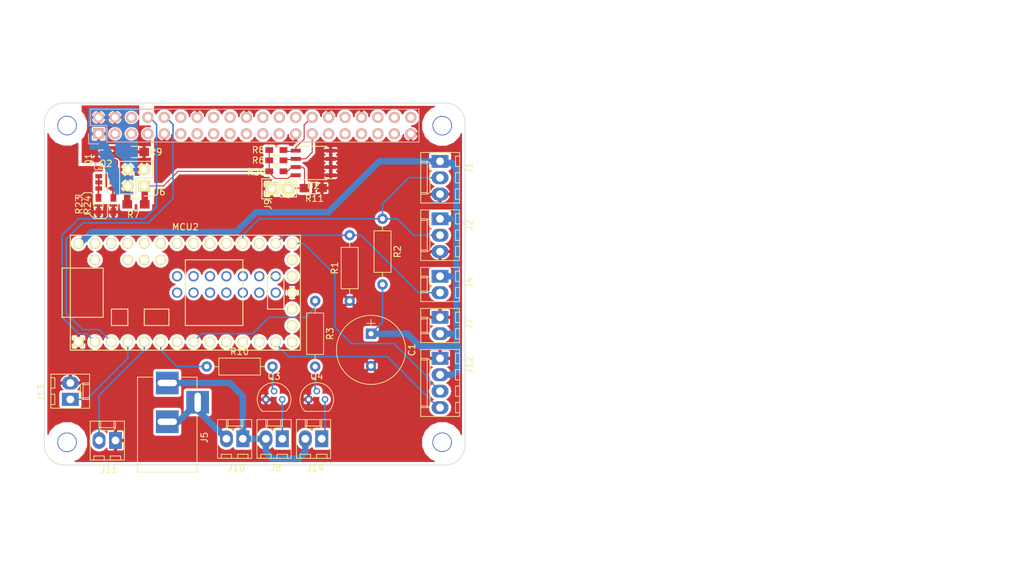
<source format=kicad_pcb>
(kicad_pcb (version 4) (host pcbnew 4.0.6)
  (layers (0 F.Cu signal) (31 B.Cu signal) (35 F.Paste user) (36 B.SilkS user) (37 F.SilkS user) (38 B.Mask user) (39 F.Mask user) (44 Edge.Cuts user))
  (net 0 "")
  (net 1 GND)
  (net 2 /ID_SD_EEPROM)
  (net 3 /ID_SC_EEPROM)
  (net 4 "Net-(Q1-Pad1)")
  (net 5 "Net-(Q2-Pad1)")
  (net 6 /P3V3_HAT)
  (net 7 /P5V_HAT)
  (net 8 /P3V3)
  (net 9 /P5V)
  (net 10 "Net-(J9-Pad2)")
  (net 11 P5V_HAT)
  (net 12 "Net-(J3-Pad3)")
  (net 13 "Net-(J3-Pad5)")
  (net 14 "Net-(J3-Pad7)")
  (net 15 TX)
  (net 16 RX)
  (net 17 "Net-(J3-Pad11)")
  (net 18 "Net-(J3-Pad12)")
  (net 19 "Net-(J3-Pad13)")
  (net 20 "Net-(J3-Pad15)")
  (net 21 "Net-(J3-Pad16)")
  (net 22 "Net-(J3-Pad17)")
  (net 23 "Net-(J3-Pad18)")
  (net 24 "Net-(J3-Pad19)")
  (net 25 "Net-(J3-Pad21)")
  (net 26 "Net-(J3-Pad22)")
  (net 27 "Net-(J3-Pad23)")
  (net 28 "Net-(J3-Pad26)")
  (net 29 "Net-(J3-Pad29)")
  (net 30 "Net-(J3-Pad31)")
  (net 31 "Net-(J3-Pad32)")
  (net 32 "Net-(J3-Pad35)")
  (net 33 "Net-(J3-Pad36)")
  (net 34 "Net-(J3-Pad37)")
  (net 35 "Net-(J3-Pad38)")
  (net 36 "Net-(J3-Pad40)")
  (net 37 "Net-(J4-Pad2)")
  (net 38 "Net-(MCU2-Pad18)")
  (net 39 "Net-(MCU2-Pad19)")
  (net 40 "Net-(MCU2-Pad16)")
  (net 41 "Net-(MCU2-Pad15)")
  (net 42 "Net-(MCU2-Pad14)")
  (net 43 "Net-(MCU2-Pad22)")
  (net 44 "Net-(MCU2-Pad24)")
  (net 45 "Net-(MCU2-Pad25)")
  (net 46 "Net-(MCU2-Pad26)")
  (net 47 "Net-(MCU2-Pad27)")
  (net 48 "Net-(MCU2-Pad28)")
  (net 49 "Net-(MCU2-Pad29)")
  (net 50 "Net-(MCU2-Pad30)")
  (net 51 "Net-(MCU2-Pad31)")
  (net 52 "Net-(MCU2-Pad32)")
  (net 53 "Net-(MCU2-Pad34)")
  (net 54 "Net-(MCU2-Pad35)")
  (net 55 "Net-(MCU2-Pad36)")
  (net 56 "Net-(MCU2-Pad37)")
  (net 57 "Net-(MCU2-Pad12)")
  (net 58 "Net-(MCU2-Pad11)")
  (net 59 "Net-(MCU2-Pad10)")
  (net 60 "Net-(MCU2-Pad9)")
  (net 61 "Net-(MCU2-Pad7)")
  (net 62 "Net-(MCU2-Pad38)")
  (net 63 "Net-(MCU2-Pad39)")
  (net 64 "Net-(MCU2-Pad40)")
  (net 65 "Net-(MCU2-Pad41)")
  (net 66 "Net-(MCU2-Pad42)")
  (net 67 "Net-(MCU2-Pad43)")
  (net 68 "Net-(MCU2-Pad44)")
  (net 69 "Net-(MCU2-Pad45)")
  (net 70 "Net-(MCU2-Pad46)")
  (net 71 "Net-(MCU2-Pad47)")
  (net 72 "Net-(MCU2-Pad48)")
  (net 73 "Net-(MCU2-Pad49)")
  (net 74 "Net-(MCU2-Pad50)")
  (net 75 "Net-(MCU2-Pad51)")
  (net 76 "Net-(Q3-Pad2)")
  (net 77 "Net-(J3-Pad24)")
  (net 78 "Net-(J3-Pad33)")
  (net 79 "Net-(J8-Pad1)")
  (net 80 "Net-(J12-Pad3)")
  (net 81 "Net-(J12-Pad4)")
  (net 82 /Teensy/1WIRE)
  (net 83 /Teensy/PUMP_EN)
  (net 84 /Teensy/HTR_EN)
  (net 85 "Net-(J10-Pad1)")
  (net 86 "Net-(J10-Pad2)")
  (net 87 "Net-(J14-Pad1)")
  (net 88 UV_EN2)
  (net 89 UV_EN1)
  (net 90 "Net-(Q4-Pad2)")
  (module Housings_SOIC:SOIC-8_3.9x4.9mm_Pitch1.27mm (layer F.Cu) (at 120.1 70.1 180)
    (fp_text reference U2 (at 0 -3.5 180) (layer F.SilkS))
    (fp_text value CAT24C32)
    (pad 1 smd rect (at -2.7 -1.905 180) (size 1.55 0.6) (layers F.Cu F.Paste F.Mask) (net 1 GND))
    (pad 2 smd rect (at -2.7 -0.635 180) (size 1.55 0.6) (layers F.Cu F.Paste F.Mask) (net 1 GND))
    (pad 3 smd rect (at -2.7 0.635 180) (size 1.55 0.6) (layers F.Cu F.Paste F.Mask) (net 1 GND))
    (pad 4 smd rect (at -2.7 1.905 180) (size 1.55 0.6) (layers F.Cu F.Paste F.Mask) (net 1 GND))
    (pad 5 smd rect (at 2.7 1.905 180) (size 1.55 0.6) (layers F.Cu F.Paste F.Mask) (net 3 /ID_SC_EEPROM))
    (pad 6 smd rect (at 2.7 0.635 180) (size 1.55 0.6) (layers F.Cu F.Paste F.Mask) (net 2 /ID_SD_EEPROM))
    (pad 7 smd rect (at 2.7 -0.635 180) (size 1.55 0.6) (layers F.Cu F.Paste F.Mask) (net 10 "Net-(J9-Pad2)"))
    (pad 8 smd rect (at 2.7 -1.905 180) (size 1.55 0.6) (layers F.Cu F.Paste F.Mask) (net 8 /P3V3))
  )
  (module Pin_Headers:Pin_Header_Straight_2x02 (layer F.Cu) (at 93.98 73.66 180)
    (fp_text reference J6 (at -2.42 -0.94 180) (layer F.SilkS))
    (fp_text value CONN_02X02)
    (pad 1 thru_hole rect (at 0 0 180) (size 1.7272 1.7272) (drill 1.016) (layers *.Cu *.Mask F.SilkS) (net 8 /P3V3))
    (pad 2 thru_hole oval (at 2.54 0 180) (size 1.7272 1.7272) (drill 1.016) (layers *.Cu *.Mask F.SilkS) (net 6 /P3V3_HAT))
    (pad 3 thru_hole oval (at 0 2.54 180) (size 1.7272 1.7272) (drill 1.016) (layers *.Cu *.Mask F.SilkS) (net 9 /P5V))
    (pad 4 thru_hole oval (at 2.54 2.54 180) (size 1.7272 1.7272) (drill 1.016) (layers *.Cu *.Mask F.SilkS) (net 7 /P5V_HAT))
  )
  (module Pin_Headers:Pin_Header_Straight_1x02 (layer F.Cu) (at 113.7 74.1 90)
    (fp_text reference J9 (at -2.4 -0.6 90) (layer F.SilkS))
    (fp_text value CONN_01X02)
    (pad 1 thru_hole rect (at 0 0 90) (size 2.032 2.032) (drill 1.016) (layers *.Cu *.Mask F.SilkS) (net 1 GND))
    (pad 2 thru_hole oval (at 0 2.54 90) (size 2.032 2.032) (drill 1.016) (layers *.Cu *.Mask F.SilkS) (net 10 "Net-(J9-Pad2)"))
  )
  (module Resistors_SMD:R_0603_HandSoldering (layer F.Cu) (at 114.4 69.7)
    (fp_text reference R6 (at -2.8 0) (layer F.SilkS))
    (fp_text value 3.9K)
    (pad 1 smd rect (at -1.1 0) (size 1.2 0.9) (layers F.Cu F.Paste F.Mask) (net 8 /P3V3))
    (pad 2 smd rect (at 1.1 0) (size 1.2 0.9) (layers F.Cu F.Paste F.Mask) (net 2 /ID_SD_EEPROM))
  )
  (module Resistors_SMD:R_0805_HandSoldering (layer F.Cu) (at 92.7 76.5)
    (fp_text reference R7 (at -0.4 1.6) (layer F.SilkS))
    (fp_text value DNP)
    (pad 1 smd rect (at -1.35 0) (size 1.5 1.3) (layers F.Cu F.Paste F.Mask) (net 6 /P3V3_HAT))
    (pad 2 smd rect (at 1.35 0) (size 1.5 1.3) (layers F.Cu F.Paste F.Mask) (net 8 /P3V3))
  )
  (module Resistors_SMD:R_0603_HandSoldering (layer F.Cu) (at 114.4 68.1)
    (fp_text reference R8 (at -2.8 0) (layer F.SilkS))
    (fp_text value 3.9K)
    (pad 1 smd rect (at -1.1 0) (size 1.2 0.9) (layers F.Cu F.Paste F.Mask) (net 8 /P3V3))
    (pad 2 smd rect (at 1.1 0) (size 1.2 0.9) (layers F.Cu F.Paste F.Mask) (net 3 /ID_SC_EEPROM))
  )
  (module Resistors_SMD:R_0805_HandSoldering (layer F.Cu) (at 92.6 68.4)
    (fp_text reference R9 (at 3.2 0) (layer F.SilkS))
    (fp_text value DNP)
    (pad 1 smd rect (at -1.35 0) (size 1.5 1.3) (layers F.Cu F.Paste F.Mask) (net 7 /P5V_HAT))
    (pad 2 smd rect (at 1.35 0) (size 1.5 1.3) (layers F.Cu F.Paste F.Mask) (net 9 /P5V))
  )
  (module Resistors_SMD:R_0805_HandSoldering (layer F.Cu) (at 120.1 74)
    (fp_text reference R11 (at 0.2 1.6) (layer F.SilkS))
    (fp_text value DNP)
    (pad 1 smd rect (at -1.35 0) (size 1.5 1.3) (layers F.Cu F.Paste F.Mask) (net 10 "Net-(J9-Pad2)"))
    (pad 2 smd rect (at 1.35 0) (size 1.5 1.3) (layers F.Cu F.Paste F.Mask) (net 1 GND))
  )
  (module Resistors_SMD:R_0603_HandSoldering (layer F.Cu) (at 86.9 76.6 270)
    (fp_text reference R23 (at 0 3 270) (layer F.SilkS))
    (fp_text value 22)
    (pad 1 smd rect (at -1.1 0 270) (size 1.2 0.9) (layers F.Cu F.Paste F.Mask) (net 5 "Net-(Q2-Pad1)"))
    (pad 2 smd rect (at 1.1 0 270) (size 1.2 0.9) (layers F.Cu F.Paste F.Mask) (net 1 GND))
  )
  (module Resistors_SMD:R_0603_HandSoldering (layer F.Cu) (at 89.2 76.6 270)
    (fp_text reference R24 (at 0 4 270) (layer F.SilkS))
    (fp_text value 22)
    (pad 1 smd rect (at -1.1 0 270) (size 1.2 0.9) (layers F.Cu F.Paste F.Mask) (net 4 "Net-(Q1-Pad1)"))
    (pad 2 smd rect (at 1.1 0 270) (size 1.2 0.9) (layers F.Cu F.Paste F.Mask) (net 1 GND))
  )
  (module Resistors_SMD:R_0603_HandSoldering (layer F.Cu) (at 114.4 71.4)
    (fp_text reference R29 (at -3.1 0.1) (layer F.SilkS))
    (fp_text value 10K)
    (pad 1 smd rect (at -1.1 0) (size 1.2 0.9) (layers F.Cu F.Paste F.Mask) (net 8 /P3V3))
    (pad 2 smd rect (at 1.1 0) (size 1.2 0.9) (layers F.Cu F.Paste F.Mask) (net 10 "Net-(J9-Pad2)"))
  )
  (module Socket_Strips:Socket_Strip_Straight_2x20 (layer B.Cu) (at 86.92 65.59)
    (fp_text reference J3 (at 0 5.1) (layer B.SilkS) (effects (justify mirror)))
    (fp_text value 40HAT)
    (pad 1 thru_hole rect (at 0 0) (size 1.7272 1.7272) (drill 1.016) (layers *.Cu *.Mask B.SilkS) (net 6 /P3V3_HAT))
    (pad 2 thru_hole oval (at 0 -2.54) (size 1.7272 1.7272) (drill 1.016) (layers *.Cu *.Mask B.SilkS) (net 7 /P5V_HAT))
    (pad 3 thru_hole oval (at 2.54 0) (size 1.7272 1.7272) (drill 1.016) (layers *.Cu *.Mask B.SilkS) (net 12 "Net-(J3-Pad3)"))
    (pad 4 thru_hole oval (at 2.54 -2.54) (size 1.7272 1.7272) (drill 1.016) (layers *.Cu *.Mask B.SilkS) (net 7 /P5V_HAT))
    (pad 5 thru_hole oval (at 5.08 0) (size 1.7272 1.7272) (drill 1.016) (layers *.Cu *.Mask B.SilkS) (net 13 "Net-(J3-Pad5)"))
    (pad 6 thru_hole oval (at 5.08 -2.54) (size 1.7272 1.7272) (drill 1.016) (layers *.Cu *.Mask B.SilkS) (net 1 GND))
    (pad 7 thru_hole oval (at 7.62 0) (size 1.7272 1.7272) (drill 1.016) (layers *.Cu *.Mask B.SilkS) (net 14 "Net-(J3-Pad7)"))
    (pad 8 thru_hole oval (at 7.62 -2.54) (size 1.7272 1.7272) (drill 1.016) (layers *.Cu *.Mask B.SilkS) (net 15 TX))
    (pad 9 thru_hole oval (at 10.16 0) (size 1.7272 1.7272) (drill 1.016) (layers *.Cu *.Mask B.SilkS) (net 1 GND))
    (pad 10 thru_hole oval (at 10.16 -2.54) (size 1.7272 1.7272) (drill 1.016) (layers *.Cu *.Mask B.SilkS) (net 16 RX))
    (pad 11 thru_hole oval (at 12.7 0) (size 1.7272 1.7272) (drill 1.016) (layers *.Cu *.Mask B.SilkS) (net 17 "Net-(J3-Pad11)"))
    (pad 12 thru_hole oval (at 12.7 -2.54) (size 1.7272 1.7272) (drill 1.016) (layers *.Cu *.Mask B.SilkS) (net 18 "Net-(J3-Pad12)"))
    (pad 13 thru_hole oval (at 15.24 0) (size 1.7272 1.7272) (drill 1.016) (layers *.Cu *.Mask B.SilkS) (net 19 "Net-(J3-Pad13)"))
    (pad 14 thru_hole oval (at 15.24 -2.54) (size 1.7272 1.7272) (drill 1.016) (layers *.Cu *.Mask B.SilkS) (net 1 GND))
    (pad 15 thru_hole oval (at 17.78 0) (size 1.7272 1.7272) (drill 1.016) (layers *.Cu *.Mask B.SilkS) (net 20 "Net-(J3-Pad15)"))
    (pad 16 thru_hole oval (at 17.78 -2.54) (size 1.7272 1.7272) (drill 1.016) (layers *.Cu *.Mask B.SilkS) (net 21 "Net-(J3-Pad16)"))
    (pad 17 thru_hole oval (at 20.32 0) (size 1.7272 1.7272) (drill 1.016) (layers *.Cu *.Mask B.SilkS) (net 22 "Net-(J3-Pad17)"))
    (pad 18 thru_hole oval (at 20.32 -2.54) (size 1.7272 1.7272) (drill 1.016) (layers *.Cu *.Mask B.SilkS) (net 23 "Net-(J3-Pad18)"))
    (pad 19 thru_hole oval (at 22.86 0) (size 1.7272 1.7272) (drill 1.016) (layers *.Cu *.Mask B.SilkS) (net 24 "Net-(J3-Pad19)"))
    (pad 20 thru_hole oval (at 22.86 -2.54) (size 1.7272 1.7272) (drill 1.016) (layers *.Cu *.Mask B.SilkS) (net 1 GND))
    (pad 21 thru_hole oval (at 25.4 0) (size 1.7272 1.7272) (drill 1.016) (layers *.Cu *.Mask B.SilkS) (net 25 "Net-(J3-Pad21)"))
    (pad 22 thru_hole oval (at 25.4 -2.54) (size 1.7272 1.7272) (drill 1.016) (layers *.Cu *.Mask B.SilkS) (net 26 "Net-(J3-Pad22)"))
    (pad 23 thru_hole oval (at 27.94 0) (size 1.7272 1.7272) (drill 1.016) (layers *.Cu *.Mask B.SilkS) (net 27 "Net-(J3-Pad23)"))
    (pad 24 thru_hole oval (at 27.94 -2.54) (size 1.7272 1.7272) (drill 1.016) (layers *.Cu *.Mask B.SilkS) (net 77 "Net-(J3-Pad24)"))
    (pad 25 thru_hole oval (at 30.48 0) (size 1.7272 1.7272) (drill 1.016) (layers *.Cu *.Mask B.SilkS) (net 1 GND))
    (pad 26 thru_hole oval (at 30.48 -2.54) (size 1.7272 1.7272) (drill 1.016) (layers *.Cu *.Mask B.SilkS) (net 28 "Net-(J3-Pad26)"))
    (pad 27 thru_hole oval (at 33.02 0) (size 1.7272 1.7272) (drill 1.016) (layers *.Cu *.Mask B.SilkS) (net 2 /ID_SD_EEPROM))
    (pad 28 thru_hole oval (at 33.02 -2.54) (size 1.7272 1.7272) (drill 1.016) (layers *.Cu *.Mask B.SilkS) (net 3 /ID_SC_EEPROM))
    (pad 29 thru_hole oval (at 35.56 0) (size 1.7272 1.7272) (drill 1.016) (layers *.Cu *.Mask B.SilkS) (net 29 "Net-(J3-Pad29)"))
    (pad 30 thru_hole oval (at 35.56 -2.54) (size 1.7272 1.7272) (drill 1.016) (layers *.Cu *.Mask B.SilkS) (net 1 GND))
    (pad 31 thru_hole oval (at 38.1 0) (size 1.7272 1.7272) (drill 1.016) (layers *.Cu *.Mask B.SilkS) (net 30 "Net-(J3-Pad31)"))
    (pad 32 thru_hole oval (at 38.1 -2.54) (size 1.7272 1.7272) (drill 1.016) (layers *.Cu *.Mask B.SilkS) (net 31 "Net-(J3-Pad32)"))
    (pad 33 thru_hole oval (at 40.64 0) (size 1.7272 1.7272) (drill 1.016) (layers *.Cu *.Mask B.SilkS) (net 78 "Net-(J3-Pad33)"))
    (pad 34 thru_hole oval (at 40.64 -2.54) (size 1.7272 1.7272) (drill 1.016) (layers *.Cu *.Mask B.SilkS) (net 1 GND))
    (pad 35 thru_hole oval (at 43.18 0) (size 1.7272 1.7272) (drill 1.016) (layers *.Cu *.Mask B.SilkS) (net 32 "Net-(J3-Pad35)"))
    (pad 36 thru_hole oval (at 43.18 -2.54) (size 1.7272 1.7272) (drill 1.016) (layers *.Cu *.Mask B.SilkS) (net 33 "Net-(J3-Pad36)"))
    (pad 37 thru_hole oval (at 45.72 0) (size 1.7272 1.7272) (drill 1.016) (layers *.Cu *.Mask B.SilkS) (net 34 "Net-(J3-Pad37)"))
    (pad 38 thru_hole oval (at 45.72 -2.54) (size 1.7272 1.7272) (drill 1.016) (layers *.Cu *.Mask B.SilkS) (net 35 "Net-(J3-Pad38)"))
    (pad 39 thru_hole oval (at 48.26 0) (size 1.7272 1.7272) (drill 1.016) (layers *.Cu *.Mask B.SilkS) (net 1 GND))
    (pad 40 thru_hole oval (at 48.26 -2.54) (size 1.7272 1.7272) (drill 1.016) (layers *.Cu *.Mask B.SilkS) (net 36 "Net-(J3-Pad40)"))
  )
  (module TO_SOT_Packages_SMD:SOT-23 (layer F.Cu) (at 87.6 69.6 90)
    (fp_text reference Q1 (at 0 -2.25 90) (layer F.SilkS))
    (fp_text value DMG2305UX)
    (pad 1 smd rect (at -0.95 1.00076 90) (size 0.8001 0.8001) (layers F.Cu F.Paste F.Mask) (net 4 "Net-(Q1-Pad1)"))
    (pad 2 smd rect (at 0.95 1.00076 90) (size 0.8001 0.8001) (layers F.Cu F.Paste F.Mask) (net 7 /P5V_HAT))
    (pad 3 smd rect (at 0 -0.99822 90) (size 0.8001 0.8001) (layers F.Cu F.Paste F.Mask) (net 9 /P5V))
  )
  (module TO_SOT_Packages_SMD:SOT-23-6 (layer F.Cu) (at 88.05 73.1)
    (fp_text reference Q2 (at 0 -2.9) (layer F.SilkS))
    (fp_text value DMMT5401)
    (pad 1 smd rect (at -1.1 -0.95) (size 1.06 0.65) (layers F.Cu F.Paste F.Mask) (net 5 "Net-(Q2-Pad1)"))
    (pad 2 smd rect (at -1.1 0) (size 1.06 0.65) (layers F.Cu F.Paste F.Mask) (net 5 "Net-(Q2-Pad1)"))
    (pad 3 smd rect (at -1.1 0.95) (size 1.06 0.65) (layers F.Cu F.Paste F.Mask) (net 5 "Net-(Q2-Pad1)"))
    (pad 4 smd rect (at 1.1 0.95) (size 1.06 0.65) (layers F.Cu F.Paste F.Mask) (net 4 "Net-(Q1-Pad1)"))
    (pad 6 smd rect (at 1.1 -0.95) (size 1.06 0.65) (layers F.Cu F.Paste F.Mask) (net 9 /P5V))
    (pad 5 smd rect (at 1.1 0) (size 1.06 0.65) (layers F.Cu F.Paste F.Mask) (net 7 /P5V_HAT))
  )
  (module project_footprints:NPTH_3mm_ID (layer F.Cu) (at 82.04 64.31)
    (fp_text reference H1 (at 0.06 0.09) (layer F.SilkS))
    (fp_text value 3mm_Mounting_Hole)
    (pad "" np_thru_hole circle (at 0 0) (size 3 3) (drill 2.75) (layers *.Cu *.Mask) (clearance 1.6))
  )
  (module project_footprints:NPTH_3mm_ID (layer F.Cu) (at 140.04 64.33)
    (fp_text reference H2 (at 0.06 0.09) (layer F.SilkS))
    (fp_text value 3mm_Mounting_Hole)
    (pad "" np_thru_hole circle (at 0 0) (size 3 3) (drill 2.75) (layers *.Cu *.Mask) (clearance 1.6))
  )
  (module project_footprints:NPTH_3mm_ID (layer F.Cu) (at 82.04 113.32)
    (fp_text reference H3 (at 0.06 0.09) (layer F.SilkS))
    (fp_text value 3mm_Mounting_Hole)
    (pad "" np_thru_hole circle (at 0 0) (size 3 3) (drill 2.75) (layers *.Cu *.Mask) (clearance 1.6))
  )
  (module project_footprints:NPTH_3mm_ID (layer F.Cu) (at 140.03 113.31)
    (fp_text reference H4 (at 0.06 0.09) (layer F.SilkS))
    (fp_text value 3mm_Mounting_Hole)
    (pad "" np_thru_hole circle (at 0 0) (size 3 3) (drill 2.75) (layers *.Cu *.Mask) (clearance 1.6))
  )
  (module Capacitors_THT:CP_Radial_Tantal_D10.5mm_P5.00mm (layer F.Cu) (at 129.032 96.52 270)
    (fp_text reference C1 (at 2.5 -6.31 270) (layer F.SilkS))
    (fp_text value 1000ohm)
    (pad 1 thru_hole rect (at 0 0 270) (size 1.6 1.6) (drill 0.8) (layers *.Cu *.Mask) (net 11 P5V_HAT))
    (pad 2 thru_hole circle (at 5 0 270) (size 1.6 1.6) (drill 0.8) (layers *.Cu *.Mask) (net 1 GND))
  )
  (module Connectors_Molex:Molex_KK-6410-03_03x2.54mm_Straight (layer F.Cu) (at 139.7 69.85 270)
    (fp_text reference J1 (at 1 -4.5 270) (layer F.SilkS))
    (fp_text value DS18B20)
    (pad 1 thru_hole rect (at 0 0 270) (size 2 2.6) (drill 1.2) (layers *.Cu *.Mask) (net 11 P5V_HAT))
    (pad 2 thru_hole oval (at 2.54 0 270) (size 2 2.6) (drill 1.2) (layers *.Cu *.Mask) (net 82 /Teensy/1WIRE))
    (pad 3 thru_hole oval (at 5.08 0 270) (size 2 2.6) (drill 1.2) (layers *.Cu *.Mask) (net 1 GND))
  )
  (module Connectors_Molex:Molex_KK-6410-03_03x2.54mm_Straight (layer F.Cu) (at 139.7 78.74 270)
    (fp_text reference J2 (at 1 -4.5 270) (layer F.SilkS))
    (fp_text value DS18B20)
    (pad 1 thru_hole rect (at 0 0 270) (size 2 2.6) (drill 1.2) (layers *.Cu *.Mask) (net 11 P5V_HAT))
    (pad 2 thru_hole oval (at 2.54 0 270) (size 2 2.6) (drill 1.2) (layers *.Cu *.Mask) (net 82 /Teensy/1WIRE))
    (pad 3 thru_hole oval (at 5.08 0 270) (size 2 2.6) (drill 1.2) (layers *.Cu *.Mask) (net 1 GND))
  )
  (module Connectors_Molex:Molex_KK-6410-02_02x2.54mm_Straight (layer F.Cu) (at 139.7 87.63 270)
    (fp_text reference J4 (at 1 -4.5 270) (layer F.SilkS))
    (fp_text value WTRLVL)
    (pad 1 thru_hole rect (at 0 0 270) (size 2 2.6) (drill 1.2) (layers *.Cu *.Mask) (net 11 P5V_HAT))
    (pad 2 thru_hole oval (at 2.54 0 270) (size 2 2.6) (drill 1.2) (layers *.Cu *.Mask) (net 37 "Net-(J4-Pad2)"))
  )
  (module Connectors:BARREL_JACK (layer F.Cu) (at 97.536 104.14 90)
    (fp_text reference J5 (at -8.45 5.75 270) (layer F.SilkS))
    (fp_text value 12V)
    (pad 1 thru_hole rect (at 0 0 90) (size 3.5 3.5) (drill oval 1 3) (layers *.Cu *.Mask) (net 85 "Net-(J10-Pad1)"))
    (pad 2 thru_hole rect (at -6 0 90) (size 3.5 3.5) (drill oval 1 3) (layers *.Cu *.Mask) (net 86 "Net-(J10-Pad2)"))
    (pad 3 thru_hole rect (at -3 4.7 90) (size 3.5 3.5) (drill oval 3 1) (layers *.Cu *.Mask) (net 86 "Net-(J10-Pad2)"))
  )
  (module Connectors_Molex:Molex_KK-6410-02_02x2.54mm_Straight (layer F.Cu) (at 139.7 93.98 270)
    (fp_text reference J7 (at 1 -4.5 270) (layer F.SilkS))
    (fp_text value 5V_IN)
    (pad 1 thru_hole rect (at 0 0 270) (size 2 2.6) (drill 1.2) (layers *.Cu *.Mask) (net 1 GND))
    (pad 2 thru_hole oval (at 2.54 0 270) (size 2 2.6) (drill 1.2) (layers *.Cu *.Mask) (net 11 P5V_HAT))
  )
  (module Connectors_Molex:Molex_KK-6410-02_02x2.54mm_Straight (layer F.Cu) (at 115.316 112.776 180)
    (fp_text reference J8 (at 1 -4.5 180) (layer F.SilkS))
    (fp_text value UV_LED_STRIP)
    (pad 1 thru_hole rect (at 0 0 180) (size 2 2.6) (drill 1.2) (layers *.Cu *.Mask) (net 79 "Net-(J8-Pad1)"))
    (pad 2 thru_hole oval (at 2.54 0 180) (size 2 2.6) (drill 1.2) (layers *.Cu *.Mask) (net 85 "Net-(J10-Pad1)"))
  )
  (module Connectors_Molex:Molex_KK-6410-02_02x2.54mm_Straight (layer F.Cu) (at 109.22 112.776 180)
    (fp_text reference J10 (at 1 -4.5 180) (layer F.SilkS))
    (fp_text value 12V_OUT)
    (pad 1 thru_hole rect (at 0 0 180) (size 2 2.6) (drill 1.2) (layers *.Cu *.Mask) (net 85 "Net-(J10-Pad1)"))
    (pad 2 thru_hole oval (at 2.54 0 180) (size 2 2.6) (drill 1.2) (layers *.Cu *.Mask) (net 86 "Net-(J10-Pad2)"))
  )
  (module Connectors_Molex:Molex_KK-6410-04_04x2.54mm_Straight (layer F.Cu) (at 139.7 100.33 270)
    (fp_text reference J12 (at 1 -4.5 270) (layer F.SilkS))
    (fp_text value APA102)
    (pad 1 thru_hole rect (at 0 0 270) (size 2 2.6) (drill 1.2) (layers *.Cu *.Mask) (net 1 GND))
    (pad 2 thru_hole oval (at 2.54 0 270) (size 2 2.6) (drill 1.2) (layers *.Cu *.Mask) (net 11 P5V_HAT))
    (pad 3 thru_hole oval (at 5.08 0 270) (size 2 2.6) (drill 1.2) (layers *.Cu *.Mask) (net 80 "Net-(J12-Pad3)"))
    (pad 4 thru_hole oval (at 7.62 0 270) (size 2 2.6) (drill 1.2) (layers *.Cu *.Mask) (net 81 "Net-(J12-Pad4)"))
  )
  (module teensy:Teensy30_31_32_LC (layer F.Cu) (at 100.33 90.17)
    (fp_text reference MCU2 (at 0 -10.16) (layer F.SilkS))
    (fp_text value Teensy3.1)
    (pad 17 thru_hole circle (at 16.51 0) (size 1.6 1.6) (drill 1.1) (layers *.Cu *.Mask F.SilkS) (net 1 GND))
    (pad 18 thru_hole circle (at 16.51 -2.54) (size 1.6 1.6) (drill 1.1) (layers *.Cu *.Mask F.SilkS) (net 38 "Net-(MCU2-Pad18)"))
    (pad 19 thru_hole circle (at 16.51 -5.08) (size 1.6 1.6) (drill 1.1) (layers *.Cu *.Mask F.SilkS) (net 39 "Net-(MCU2-Pad19)"))
    (pad 20 thru_hole circle (at 16.51 -7.62) (size 1.6 1.6) (drill 1.1) (layers *.Cu *.Mask F.SilkS) (net 80 "Net-(J12-Pad3)"))
    (pad 16 thru_hole circle (at 16.51 2.54) (size 1.6 1.6) (drill 1.1) (layers *.Cu *.Mask F.SilkS) (net 40 "Net-(MCU2-Pad16)"))
    (pad 15 thru_hole circle (at 16.51 5.08) (size 1.6 1.6) (drill 1.1) (layers *.Cu *.Mask F.SilkS) (net 41 "Net-(MCU2-Pad15)"))
    (pad 14 thru_hole circle (at 16.51 7.62) (size 1.6 1.6) (drill 1.1) (layers *.Cu *.Mask F.SilkS) (net 42 "Net-(MCU2-Pad14)"))
    (pad 21 thru_hole circle (at 13.97 -7.62) (size 1.6 1.6) (drill 1.1) (layers *.Cu *.Mask F.SilkS) (net 37 "Net-(J4-Pad2)"))
    (pad 22 thru_hole circle (at 11.43 -7.62) (size 1.6 1.6) (drill 1.1) (layers *.Cu *.Mask F.SilkS) (net 43 "Net-(MCU2-Pad22)"))
    (pad 23 thru_hole circle (at 8.89 -7.62) (size 1.6 1.6) (drill 1.1) (layers *.Cu *.Mask F.SilkS) (net 82 /Teensy/1WIRE))
    (pad 24 thru_hole circle (at 6.35 -7.62) (size 1.6 1.6) (drill 1.1) (layers *.Cu *.Mask F.SilkS) (net 44 "Net-(MCU2-Pad24)"))
    (pad 25 thru_hole circle (at 3.81 -7.62) (size 1.6 1.6) (drill 1.1) (layers *.Cu *.Mask F.SilkS) (net 45 "Net-(MCU2-Pad25)"))
    (pad 26 thru_hole circle (at 1.27 -7.62) (size 1.6 1.6) (drill 1.1) (layers *.Cu *.Mask F.SilkS) (net 46 "Net-(MCU2-Pad26)"))
    (pad 27 thru_hole circle (at -1.27 -7.62) (size 1.6 1.6) (drill 1.1) (layers *.Cu *.Mask F.SilkS) (net 47 "Net-(MCU2-Pad27)"))
    (pad 28 thru_hole circle (at -3.81 -7.62) (size 1.6 1.6) (drill 1.1) (layers *.Cu *.Mask F.SilkS) (net 48 "Net-(MCU2-Pad28)"))
    (pad 29 thru_hole circle (at -6.35 -7.62) (size 1.6 1.6) (drill 1.1) (layers *.Cu *.Mask F.SilkS) (net 49 "Net-(MCU2-Pad29)"))
    (pad 30 thru_hole circle (at -8.89 -7.62) (size 1.6 1.6) (drill 1.1) (layers *.Cu *.Mask F.SilkS) (net 50 "Net-(MCU2-Pad30)"))
    (pad 31 thru_hole circle (at -11.43 -7.62) (size 1.6 1.6) (drill 1.1) (layers *.Cu *.Mask F.SilkS) (net 51 "Net-(MCU2-Pad31)"))
    (pad 32 thru_hole circle (at -13.97 -7.62) (size 1.6 1.6) (drill 1.1) (layers *.Cu *.Mask F.SilkS) (net 52 "Net-(MCU2-Pad32)"))
    (pad 33 thru_hole circle (at -16.51 -7.62) (size 1.6 1.6) (drill 1.1) (layers *.Cu *.Mask F.SilkS) (net 11 P5V_HAT))
    (pad 34 thru_hole circle (at -13.97 -5.08) (size 1.6 1.6) (drill 1.1) (layers *.Cu *.Mask F.SilkS) (net 53 "Net-(MCU2-Pad34)"))
    (pad 35 thru_hole circle (at -8.89 -5.08) (size 1.6 1.6) (drill 1.1) (layers *.Cu *.Mask F.SilkS) (net 54 "Net-(MCU2-Pad35)"))
    (pad 36 thru_hole circle (at -6.35 -5.08) (size 1.6 1.6) (drill 1.1) (layers *.Cu *.Mask F.SilkS) (net 55 "Net-(MCU2-Pad36)"))
    (pad 37 thru_hole circle (at -3.81 -5.08) (size 1.6 1.6) (drill 1.1) (layers *.Cu *.Mask F.SilkS) (net 56 "Net-(MCU2-Pad37)"))
    (pad 13 thru_hole circle (at 13.97 7.62) (size 1.6 1.6) (drill 1.1) (layers *.Cu *.Mask F.SilkS) (net 81 "Net-(J12-Pad4)"))
    (pad 12 thru_hole circle (at 11.43 7.62) (size 1.6 1.6) (drill 1.1) (layers *.Cu *.Mask F.SilkS) (net 57 "Net-(MCU2-Pad12)"))
    (pad 11 thru_hole circle (at 8.89 7.62) (size 1.6 1.6) (drill 1.1) (layers *.Cu *.Mask F.SilkS) (net 58 "Net-(MCU2-Pad11)"))
    (pad 10 thru_hole circle (at 6.35 7.62) (size 1.6 1.6) (drill 1.1) (layers *.Cu *.Mask F.SilkS) (net 59 "Net-(MCU2-Pad10)"))
    (pad 9 thru_hole circle (at 3.81 7.62) (size 1.6 1.6) (drill 1.1) (layers *.Cu *.Mask F.SilkS) (net 60 "Net-(MCU2-Pad9)"))
    (pad 8 thru_hole circle (at 1.27 7.62) (size 1.6 1.6) (drill 1.1) (layers *.Cu *.Mask F.SilkS) (net 88 UV_EN2))
    (pad 7 thru_hole circle (at -1.27 7.62) (size 1.6 1.6) (drill 1.1) (layers *.Cu *.Mask F.SilkS) (net 61 "Net-(MCU2-Pad7)"))
    (pad 6 thru_hole circle (at -3.81 7.62) (size 1.6 1.6) (drill 1.1) (layers *.Cu *.Mask F.SilkS) (net 89 UV_EN1))
    (pad 5 thru_hole circle (at -6.35 7.62) (size 1.6 1.6) (drill 1.1) (layers *.Cu *.Mask F.SilkS) (net 83 /Teensy/PUMP_EN))
    (pad 4 thru_hole circle (at -8.89 7.62) (size 1.6 1.6) (drill 1.1) (layers *.Cu *.Mask F.SilkS) (net 84 /Teensy/HTR_EN))
    (pad 3 thru_hole circle (at -11.43 7.62) (size 1.6 1.6) (drill 1.1) (layers *.Cu *.Mask F.SilkS) (net 16 RX))
    (pad 2 thru_hole circle (at -13.97 7.62) (size 1.6 1.6) (drill 1.1) (layers *.Cu *.Mask F.SilkS) (net 15 TX))
    (pad 1 thru_hole rect (at -16.51 7.62) (size 1.6 1.6) (drill 1.1) (layers *.Cu *.Mask F.SilkS) (net 1 GND))
    (pad 38 thru_hole circle (at -1.27 0) (size 1.6 1.6) (drill 1.1) (layers *.Cu *.Mask) (net 62 "Net-(MCU2-Pad38)"))
    (pad 39 thru_hole circle (at 1.27 0) (size 1.6 1.6) (drill 1.1) (layers *.Cu *.Mask) (net 63 "Net-(MCU2-Pad39)"))
    (pad 40 thru_hole circle (at 3.81 0) (size 1.6 1.6) (drill 1.1) (layers *.Cu *.Mask) (net 64 "Net-(MCU2-Pad40)"))
    (pad 41 thru_hole circle (at 6.35 0) (size 1.6 1.6) (drill 1.1) (layers *.Cu *.Mask) (net 65 "Net-(MCU2-Pad41)"))
    (pad 42 thru_hole circle (at 8.89 0) (size 1.6 1.6) (drill 1.1) (layers *.Cu *.Mask) (net 66 "Net-(MCU2-Pad42)"))
    (pad 43 thru_hole circle (at 11.43 0) (size 1.6 1.6) (drill 1.1) (layers *.Cu *.Mask) (net 67 "Net-(MCU2-Pad43)"))
    (pad 44 thru_hole circle (at 13.97 0) (size 1.6 1.6) (drill 1.1) (layers *.Cu *.Mask) (net 68 "Net-(MCU2-Pad44)"))
    (pad 45 thru_hole circle (at 13.97 -2.54) (size 1.6 1.6) (drill 1.1) (layers *.Cu *.Mask) (net 69 "Net-(MCU2-Pad45)"))
    (pad 46 thru_hole circle (at 11.43 -2.54) (size 1.6 1.6) (drill 1.1) (layers *.Cu *.Mask) (net 70 "Net-(MCU2-Pad46)"))
    (pad 47 thru_hole circle (at 8.89 -2.54) (size 1.6 1.6) (drill 1.1) (layers *.Cu *.Mask) (net 71 "Net-(MCU2-Pad47)"))
    (pad 48 thru_hole circle (at 6.35 -2.54) (size 1.6 1.6) (drill 1.1) (layers *.Cu *.Mask) (net 72 "Net-(MCU2-Pad48)"))
    (pad 49 thru_hole circle (at 3.81 -2.54) (size 1.6 1.6) (drill 1.1) (layers *.Cu *.Mask) (net 73 "Net-(MCU2-Pad49)"))
    (pad 50 thru_hole circle (at 1.27 -2.54) (size 1.6 1.6) (drill 1.1) (layers *.Cu *.Mask) (net 74 "Net-(MCU2-Pad50)"))
    (pad 51 thru_hole circle (at -1.27 -2.54) (size 1.6 1.6) (drill 1.1) (layers *.Cu *.Mask) (net 75 "Net-(MCU2-Pad51)"))
  )
  (module TO_SOT_Packages_THT:TO-92_Molded_Narrow (layer F.Cu) (at 112.776 106.68)
    (fp_text reference Q3 (at 1.27 -3.56) (layer F.SilkS))
    (fp_text value 2N3904)
    (pad 2 thru_hole circle (at 1.27 -1.27 90) (size 1 1) (drill 0.6) (layers *.Cu *.Mask) (net 76 "Net-(Q3-Pad2)"))
    (pad 3 thru_hole circle (at 2.54 0 90) (size 1 1) (drill 0.6) (layers *.Cu *.Mask) (net 79 "Net-(J8-Pad1)"))
    (pad 1 thru_hole rect (at 0 0 90) (size 1 1) (drill 0.6) (layers *.Cu *.Mask) (net 1 GND))
  )
  (module Resistors_THT:R_Axial_DIN0207_L6.3mm_D2.5mm_P10.16mm_Horizontal (layer F.Cu) (at 125.73 91.44 90)
    (fp_text reference R1 (at 5.08 -2.31 90) (layer F.SilkS))
    (fp_text value 750)
    (pad 1 thru_hole circle (at 0 0 90) (size 1.6 1.6) (drill 0.8) (layers *.Cu *.Mask) (net 1 GND))
    (pad 2 thru_hole oval (at 10.16 0 90) (size 1.6 1.6) (drill 0.8) (layers *.Cu *.Mask) (net 37 "Net-(J4-Pad2)"))
  )
  (module Resistors_THT:R_Axial_DIN0207_L6.3mm_D2.5mm_P10.16mm_Horizontal (layer F.Cu) (at 130.81 78.74 270)
    (fp_text reference R2 (at 5.08 -2.31 270) (layer F.SilkS))
    (fp_text value 10k)
    (pad 1 thru_hole circle (at 0 0 270) (size 1.6 1.6) (drill 0.8) (layers *.Cu *.Mask) (net 82 /Teensy/1WIRE))
    (pad 2 thru_hole oval (at 10.16 0 270) (size 1.6 1.6) (drill 0.8) (layers *.Cu *.Mask) (net 11 P5V_HAT))
  )
  (module Resistors_THT:R_Axial_DIN0207_L6.3mm_D2.5mm_P10.16mm_Horizontal (layer F.Cu) (at 103.632 101.6)
    (fp_text reference R10 (at 5.08 -2.31) (layer F.SilkS))
    (fp_text value 1k)
    (pad 1 thru_hole circle (at 0 0) (size 1.6 1.6) (drill 0.8) (layers *.Cu *.Mask) (net 89 UV_EN1))
    (pad 2 thru_hole oval (at 10.16 0) (size 1.6 1.6) (drill 0.8) (layers *.Cu *.Mask) (net 76 "Net-(Q3-Pad2)"))
  )
  (module Connectors_Molex:Molex_KK-6410-02_02x2.54mm_Straight (layer F.Cu) (at 89.535 113.03 180)
    (fp_text reference J11 (at 1 -4.5 180) (layer F.SilkS))
    (fp_text value PUMP)
    (pad 1 thru_hole rect (at 0 0 180) (size 2 2.6) (drill 1.2) (layers *.Cu *.Mask) (net 1 GND))
    (pad 2 thru_hole oval (at 2.54 0 180) (size 2 2.6) (drill 1.2) (layers *.Cu *.Mask) (net 83 /Teensy/PUMP_EN))
  )
  (module Connectors_Molex:Molex_KK-6410-02_02x2.54mm_Straight (layer F.Cu) (at 82.55 106.68 90)
    (fp_text reference J13 (at 1 -4.5 90) (layer F.SilkS))
    (fp_text value HEATER)
    (pad 1 thru_hole rect (at 0 0 90) (size 2 2.6) (drill 1.2) (layers *.Cu *.Mask) (net 84 /Teensy/HTR_EN))
    (pad 2 thru_hole oval (at 2.54 0 90) (size 2 2.6) (drill 1.2) (layers *.Cu *.Mask) (net 1 GND))
  )
  (module Connectors_Molex:Molex_KK-6410-02_02x2.54mm_Straight (layer F.Cu) (at 121.412 112.776 180)
    (fp_text reference J14 (at 1 -4.5 180) (layer F.SilkS))
    (fp_text value UV_LED_STRIP)
    (pad 1 thru_hole rect (at 0 0 180) (size 2 2.6) (drill 1.2) (layers *.Cu *.Mask) (net 87 "Net-(J14-Pad1)"))
    (pad 2 thru_hole oval (at 2.54 0 180) (size 2 2.6) (drill 1.2) (layers *.Cu *.Mask) (net 85 "Net-(J10-Pad1)"))
  )
  (module TO_SOT_Packages_THT:TO-92_Molded_Narrow (layer F.Cu) (at 119.38 106.68)
    (fp_text reference Q4 (at 1.27 -3.56) (layer F.SilkS))
    (fp_text value 2N3904)
    (pad 2 thru_hole circle (at 1.27 -1.27 90) (size 1 1) (drill 0.6) (layers *.Cu *.Mask) (net 90 "Net-(Q4-Pad2)"))
    (pad 3 thru_hole circle (at 2.54 0 90) (size 1 1) (drill 0.6) (layers *.Cu *.Mask) (net 87 "Net-(J14-Pad1)"))
    (pad 1 thru_hole rect (at 0 0 90) (size 1 1) (drill 0.6) (layers *.Cu *.Mask) (net 1 GND))
  )
  (module Resistors_THT:R_Axial_DIN0207_L6.3mm_D2.5mm_P10.16mm_Horizontal (layer F.Cu) (at 120.396 91.44 270)
    (fp_text reference R3 (at 5.08 -2.31 270) (layer F.SilkS))
    (fp_text value 1k)
    (pad 1 thru_hole circle (at 0 0 270) (size 1.6 1.6) (drill 0.8) (layers *.Cu *.Mask) (net 88 UV_EN2))
    (pad 2 thru_hole oval (at 10.16 0 270) (size 1.6 1.6) (drill 0.8) (layers *.Cu *.Mask) (net 90 "Net-(Q4-Pad2)"))
  )
  (gr_line (start 88.4 76.6) (end 88.5 76.6) (angle 90) (layer F.SilkS) (width 0.15))
  (gr_line (start 88.3 76.7) (end 88.4 76.6) (angle 90) (layer F.SilkS) (width 0.15))
  (gr_line (start 88.3 78.4) (end 88.3 76.7) (angle 90) (layer F.SilkS) (width 0.15))
  (gr_line (start 88 78.7) (end 88.3 78.4) (angle 90) (layer F.SilkS) (width 0.15))
  (gr_line (start 86.2 78.7) (end 88 78.7) (angle 90) (layer F.SilkS) (width 0.15))
  (gr_line (start 85.5 78) (end 86.2 78.7) (angle 90) (layer F.SilkS) (width 0.15))
  (gr_line (start 84.7 78) (end 85.5 78) (angle 90) (layer F.SilkS) (width 0.15))
  (gr_line (start 86.1 76.5) (end 86.3 76.5) (angle 90) (layer F.SilkS) (width 0.15))
  (gr_line (start 86.1 75) (end 86.1 76.5) (angle 90) (layer F.SilkS) (width 0.15))
  (gr_line (start 85.8 74.7) (end 86.1 75) (angle 90) (layer F.SilkS) (width 0.15))
  (gr_line (start 84.7 74.7) (end 85.8 74.7) (angle 90) (layer F.SilkS) (width 0.15))
  (gr_line (start 84.3 75.1) (end 84.7 74.7) (angle 90) (layer F.SilkS) (width 0.15))
  (gr_line (start 83.3 75.1) (end 84.3 75.1) (angle 90) (layer F.SilkS) (width 0.15))
  (gr_line (start 78.546356 63.817611) (end 78.546356 113.817611) (layer Edge.Cuts) (width 0.1))
  (gr_arc (start 81.546356 63.817611) (end 81.546356 60.817611) (angle -90) (layer Edge.Cuts) (width 0.1))
  (gr_line (start 140.546356 60.817611) (end 81.546356 60.817611) (layer Edge.Cuts) (width 0.1))
  (gr_arc (start 140.546356 63.817611) (end 143.546356 63.817611) (angle -90) (layer Edge.Cuts) (width 0.1))
  (gr_line (start 143.546356 113.817611) (end 143.546356 63.817611) (layer Edge.Cuts) (width 0.1))
  (gr_arc (start 81.546356 113.817611) (end 78.546356 113.817611) (angle -90) (layer Edge.Cuts) (width 0.1))
  (gr_line (start 81.546356 116.817611) (end 140.546356 116.817611) (layer Edge.Cuts) (width 0.1))
  (gr_arc (start 140.546356 113.817611) (end 140.546356 116.817611) (angle -89.9) (layer Edge.Cuts) (width 0.1))
  (segment (start 139.7 76.2) (end 138.43 76.2) (width 0.24) (layer B.Cu) (net 0))
  (segment (start 119.94 65.59) (end 119.94 68.46) (width 0.15) (layer F.Cu) (net 2))
  (segment (start 118.935 69.465) (end 117.4 69.465) (width 0.15) (layer F.Cu) (net 2))
  (segment (start 119.94 68.46) (end 118.935 69.465) (width 0.15) (layer F.Cu) (net 2))
  (segment (start 117.34 69.565) (end 118.135 69.565) (width 0.25) (layer F.Cu) (net 2))
  (segment (start 119.94 66.06) (end 119.94 65.59) (width 0.25) (layer B.Cu) (net 2))
  (segment (start 117.34 69.565) (end 115.635 69.565) (width 0.15) (layer F.Cu) (net 2))
  (segment (start 115.635 69.565) (end 115.5 69.7) (width 0.15) (layer F.Cu) (net 2))
  (segment (start 119.94 63.05) (end 119.85 63.05) (width 0.15) (layer F.Cu) (net 3))
  (segment (start 119.85 63.05) (end 118.7 64.2) (width 0.15) (layer F.Cu) (net 3))
  (segment (start 117.4 67.7) (end 117.4 68.195) (width 0.15) (layer F.Cu) (net 3))
  (segment (start 118.7 66.4) (end 117.4 67.7) (width 0.15) (layer F.Cu) (net 3))
  (segment (start 118.7 64.2) (end 118.7 66.4) (width 0.15) (layer F.Cu) (net 3))
  (segment (start 117.34 68.295) (end 115.695 68.295) (width 0.15) (layer F.Cu) (net 3))
  (segment (start 115.695 68.295) (end 115.5 68.1) (width 0.15) (layer F.Cu) (net 3))
  (segment (start 88.60076 70.55) (end 88.60076 70.89924) (width 0.25) (layer F.Cu) (net 4))
  (segment (start 88.60076 70.89924) (end 88.1 71.4) (width 0.25) (layer F.Cu) (net 4))
  (segment (start 88.1 71.4) (end 88.1 73.7) (width 0.25) (layer F.Cu) (net 4))
  (segment (start 88.1 73.7) (end 88.45 74.05) (width 0.25) (layer F.Cu) (net 4))
  (segment (start 88.45 74.05) (end 89.15 74.05) (width 0.25) (layer F.Cu) (net 4))
  (segment (start 89.15 74.05) (end 89.15 75.45) (width 0.25) (layer F.Cu) (net 4))
  (segment (start 89.15 75.45) (end 89.2 75.5) (width 0.25) (layer F.Cu) (net 4))
  (segment (start 86.95 72.15) (end 86.95 73.1) (width 0.25) (layer F.Cu) (net 5))
  (segment (start 86.95 73.1) (end 86.95 74.05) (width 0.25) (layer F.Cu) (net 5))
  (segment (start 86.95 74.05) (end 86.9 74.1) (width 0.25) (layer F.Cu) (net 5))
  (segment (start 86.9 74.1) (end 86.9 75.5) (width 0.25) (layer F.Cu) (net 5))
  (segment (start 91.35 76.5) (end 91.35 73.75) (width 1) (layer F.Cu) (net 6))
  (segment (start 91.35 73.75) (end 91.44 73.66) (width 0.25) (layer F.Cu) (net 6))
  (segment (start 89.15 73.1) (end 89.9 73.1) (width 0.15) (layer F.Cu) (net 7))
  (segment (start 91.44 72.16) (end 91.44 71.12) (width 0.15) (layer F.Cu) (net 7))
  (segment (start 91.2 72.4) (end 91.44 72.16) (width 0.15) (layer F.Cu) (net 7))
  (segment (start 90.6 72.4) (end 91.2 72.4) (width 0.15) (layer F.Cu) (net 7))
  (segment (start 89.9 73.1) (end 90.6 72.4) (width 0.15) (layer F.Cu) (net 7))
  (segment (start 88.7 68.65) (end 88.7 68.6) (width 0.6) (layer F.Cu) (net 7))
  (segment (start 113.3 71.4) (end 99.2 71.4) (width 0.15) (layer F.Cu) (net 8))
  (segment (start 96.94 73.66) (end 93.98 73.66) (width 0.15) (layer F.Cu) (net 8))
  (segment (start 99.2 71.4) (end 96.94 73.66) (width 0.15) (layer F.Cu) (net 8))
  (segment (start 117.4 72.005) (end 116.695 72.005) (width 0.15) (layer F.Cu) (net 8))
  (segment (start 116.695 72.005) (end 116.2 72.5) (width 0.15) (layer F.Cu) (net 8))
  (segment (start 116.2 72.5) (end 114.2 72.5) (width 0.15) (layer F.Cu) (net 8))
  (segment (start 114.2 72.5) (end 113.3 71.6) (width 0.15) (layer F.Cu) (net 8))
  (segment (start 113.3 71.6) (end 113.3 71.4) (width 0.15) (layer F.Cu) (net 8))
  (segment (start 113.3 68.1) (end 113.3 69.7) (width 0.15) (layer F.Cu) (net 8))
  (segment (start 113.3 69.7) (end 113.3 71.4) (width 0.15) (layer F.Cu) (net 8))
  (segment (start 94.05 76.5) (end 94.05 73.73) (width 1) (layer F.Cu) (net 8))
  (segment (start 94.05 73.73) (end 93.98 73.66) (width 0.15) (layer F.Cu) (net 8))
  (segment (start 93.98 71.12) (end 93.98 68.43) (width 0.25) (layer F.Cu) (net 9))
  (segment (start 93.98 68.43) (end 93.95 68.4) (width 0.25) (layer F.Cu) (net 9))
  (segment (start 94.15 68.6) (end 93.95 68.4) (width 0.25) (layer F.Cu) (net 9))
  (segment (start 86.5 69.6) (end 89.5 69.6) (width 0.25) (layer F.Cu) (net 9))
  (segment (start 89.8 71.3) (end 89.15 71.95) (width 0.25) (layer F.Cu) (net 9))
  (segment (start 89.8 69.8) (end 89.8 71.3) (width 0.25) (layer F.Cu) (net 9))
  (segment (start 89.7 69.7) (end 89.8 69.8) (width 0.25) (layer F.Cu) (net 9))
  (segment (start 89.6 69.7) (end 89.7 69.7) (width 0.25) (layer F.Cu) (net 9))
  (segment (start 89.5 69.6) (end 89.6 69.7) (width 0.25) (layer F.Cu) (net 9))
  (segment (start 89.15 71.95) (end 89.15 72.15) (width 0.25) (layer F.Cu) (net 9))
  (segment (start 118.75 74) (end 118.75 71.05) (width 0.15) (layer F.Cu) (net 10))
  (segment (start 118.435 70.735) (end 117.4 70.735) (width 0.15) (layer F.Cu) (net 10))
  (segment (start 118.75 71.05) (end 118.435 70.735) (width 0.15) (layer F.Cu) (net 10))
  (segment (start 117.4 70.735) (end 116.765 70.735) (width 0.15) (layer F.Cu) (net 10))
  (segment (start 116.765 70.735) (end 116.1 71.4) (width 0.15) (layer F.Cu) (net 10))
  (segment (start 116.1 71.4) (end 115.5 71.4) (width 0.15) (layer F.Cu) (net 10))
  (segment (start 118.75 74) (end 116.64 74) (width 0.15) (layer F.Cu) (net 10))
  (segment (start 116.64 74) (end 116.24 74.4) (width 0.15) (layer F.Cu) (net 10))
  (segment (start 115.5 71.4) (end 115.8 71.4) (width 0.15) (layer F.Cu) (net 10))
  (segment (start 139.7 96.52) (end 142.24 96.52) (width 1) (layer B.Cu) (net 11))
  (segment (start 139.7 102.87) (end 141.732 102.87) (width 1) (layer B.Cu) (net 11))
  (segment (start 142.417932 102.108103) (end 142.420003 98.528279) (width 1) (layer B.Cu) (net 11))
  (segment (start 141.732 102.87) (end 142.417932 102.108103) (width 1) (layer B.Cu) (net 11))
  (segment (start 139.7 87.63) (end 142.24 87.63) (width 1) (layer B.Cu) (net 11))
  (segment (start 142.24 87.63) (end 142.24 87.884) (width 1) (layer B.Cu) (net 11))
  (segment (start 98.552 80.772) (end 85.852 80.772) (width 1) (layer B.Cu) (net 11))
  (segment (start 108.204 80.772) (end 98.552 80.772) (width 1) (layer B.Cu) (net 11))
  (segment (start 130.81 69.85) (end 130.302 69.85) (width 1) (layer B.Cu) (net 11))
  (segment (start 139.7 69.85) (end 130.81 69.85) (width 1) (layer B.Cu) (net 11))
  (segment (start 122.428 77.724) (end 111.252 77.724) (width 1) (layer B.Cu) (net 11))
  (segment (start 130.302 69.85) (end 122.428 77.724) (width 1) (layer B.Cu) (net 11))
  (segment (start 111.252 77.724) (end 108.204 80.772) (width 1) (layer B.Cu) (net 11))
  (segment (start 85.852 80.772) (end 84.074 82.55) (width 1) (layer B.Cu) (net 11))
  (segment (start 84.074 82.55) (end 83.82 82.55) (width 1) (layer B.Cu) (net 11))
  (segment (start 142.239689 78.711885) (end 142.24 71.12) (width 1) (layer B.Cu) (net 11))
  (segment (start 141.605 70.104) (end 139.954 70.104) (width 1) (layer B.Cu) (net 11))
  (segment (start 142.24 71.12) (end 141.605 70.104) (width 1) (layer B.Cu) (net 11))
  (segment (start 139.954 70.104) (end 139.7 69.85) (width 1) (layer B.Cu) (net 11))
  (segment (start 142.420003 98.528279) (end 142.293003 98.401279) (width 1) (layer B.Cu) (net 11))
  (segment (start 142.239689 78.711885) (end 139.7 78.74) (width 1) (layer B.Cu) (net 11))
  (segment (start 142.293003 98.401279) (end 142.24 96.52) (width 1) (layer B.Cu) (net 11))
  (segment (start 142.24 96.52) (end 142.24 87.884) (width 1) (layer B.Cu) (net 11))
  (segment (start 142.24 87.884) (end 142.239689 78.711885) (width 1) (layer B.Cu) (net 11))
  (segment (start 130.81 88.9) (end 130.81 94.742) (width 0.24) (layer B.Cu) (net 11))
  (segment (start 130.81 94.742) (end 129.032 96.52) (width 0.24) (layer B.Cu) (net 11))
  (segment (start 129.032 96.52) (end 134.62 96.52) (width 1) (layer B.Cu) (net 11))
  (segment (start 134.62 96.52) (end 136.652 98.552) (width 1) (layer B.Cu) (net 11))
  (segment (start 136.652 98.552) (end 142.420003 98.528279) (width 1) (layer B.Cu) (net 11))
  (segment (start 142.420003 98.528279) (end 142.293003 98.528279) (width 1) (layer B.Cu) (net 11))
  (segment (start 142.293003 98.528279) (end 142.420003 98.528279) (width 1) (layer B.Cu) (net 11))
  (segment (start 139.446 70.104) (end 139.7 69.85) (width 0.5) (layer B.Cu) (net 11))
  (segment (start 139.7 69.85) (end 141.605 69.85) (width 0.5) (layer B.Cu) (net 11))
  (segment (start 94.54 63.05) (end 94.8 63.05) (width 0.15) (layer B.Cu) (net 15))
  (segment (start 94.8 63.05) (end 95.885 64.135) (width 0.24) (layer B.Cu) (net 15))
  (segment (start 85.09 96.52) (end 86.36 97.79) (width 0.24) (layer B.Cu) (net 15))
  (segment (start 83.82 96.52) (end 85.09 96.52) (width 0.24) (layer B.Cu) (net 15))
  (segment (start 81.28 93.98) (end 83.82 96.52) (width 0.24) (layer B.Cu) (net 15))
  (segment (start 81.28 81.28) (end 81.28 93.98) (width 0.24) (layer B.Cu) (net 15))
  (segment (start 83.82 78.74) (end 81.28 81.28) (width 0.24) (layer B.Cu) (net 15))
  (segment (start 93.98 78.74) (end 83.82 78.74) (width 0.24) (layer B.Cu) (net 15))
  (segment (start 95.885 76.835) (end 93.98 78.74) (width 0.24) (layer B.Cu) (net 15))
  (segment (start 95.885 64.135) (end 95.885 76.835) (width 0.24) (layer B.Cu) (net 15))
  (segment (start 97.08 63.05) (end 97.34 63.05) (width 0.15) (layer B.Cu) (net 16))
  (segment (start 97.34 63.05) (end 98.425 64.135) (width 0.24) (layer B.Cu) (net 16))
  (segment (start 86.995 95.885) (end 88.9 97.79) (width 0.24) (layer B.Cu) (net 16))
  (segment (start 84.455 95.885) (end 86.995 95.885) (width 0.24) (layer B.Cu) (net 16))
  (segment (start 81.915 93.345) (end 84.455 95.885) (width 0.24) (layer B.Cu) (net 16))
  (segment (start 81.915 81.915) (end 81.915 93.345) (width 0.24) (layer B.Cu) (net 16))
  (segment (start 84.455 79.375) (end 81.915 81.915) (width 0.24) (layer B.Cu) (net 16))
  (segment (start 94.615 79.375) (end 84.455 79.375) (width 0.24) (layer B.Cu) (net 16))
  (segment (start 98.425 75.565) (end 94.615 79.375) (width 0.24) (layer B.Cu) (net 16))
  (segment (start 98.425 64.135) (end 98.425 75.565) (width 0.24) (layer B.Cu) (net 16))
  (segment (start 125.73 81.28) (end 127.508 81.28) (width 0.24) (layer B.Cu) (net 37))
  (segment (start 136.398 90.17) (end 139.7 90.17) (width 0.24) (layer B.Cu) (net 37))
  (segment (start 127.508 81.28) (end 136.398 90.17) (width 0.24) (layer B.Cu) (net 37))
  (segment (start 114.3 82.55) (end 115.57 81.28) (width 0.24) (layer B.Cu) (net 37))
  (segment (start 115.57 81.28) (end 125.73 81.28) (width 0.24) (layer B.Cu) (net 37))
  (segment (start 113.792 101.6) (end 113.792 105.156) (width 0.24) (layer B.Cu) (net 76))
  (segment (start 113.792 105.156) (end 114.046 105.41) (width 0.24) (layer B.Cu) (net 76))
  (segment (start 115.316 106.68) (end 115.316 112.776) (width 0.24) (layer B.Cu) (net 79))
  (segment (start 123.444 94.996) (end 123.444 95.504) (width 0.24) (layer B.Cu) (net 80))
  (segment (start 118.618 82.55) (end 123.444 87.376) (width 0.24) (layer B.Cu) (net 80))
  (segment (start 123.444 87.376) (end 123.444 94.996) (width 0.24) (layer B.Cu) (net 80))
  (segment (start 116.84 82.55) (end 118.618 82.55) (width 0.24) (layer B.Cu) (net 80))
  (segment (start 137.668 103.378) (end 139.7 105.41) (width 0.24) (layer B.Cu) (net 80))
  (segment (start 137.668 103.124) (end 137.668 103.378) (width 0.24) (layer B.Cu) (net 80))
  (segment (start 132.588 98.044) (end 137.668 103.124) (width 0.24) (layer B.Cu) (net 80))
  (segment (start 125.984 98.044) (end 132.588 98.044) (width 0.24) (layer B.Cu) (net 80))
  (segment (start 123.444 95.504) (end 125.984 98.044) (width 0.24) (layer B.Cu) (net 80))
  (segment (start 125.476 100.076) (end 131.572 100.076) (width 0.24) (layer B.Cu) (net 81))
  (segment (start 116.332 100.076) (end 125.476 100.076) (width 0.24) (layer B.Cu) (net 81))
  (segment (start 114.3 98.044) (end 116.332 100.076) (width 0.24) (layer B.Cu) (net 81))
  (segment (start 131.572 100.076) (end 139.446 107.95) (width 0.24) (layer B.Cu) (net 81))
  (segment (start 139.446 107.95) (end 139.7 107.95) (width 0.24) (layer B.Cu) (net 81))
  (segment (start 114.3 97.79) (end 114.3 98.044) (width 0.24) (layer B.Cu) (net 81))
  (segment (start 130.81 78.74) (end 133.096 78.74) (width 0.24) (layer B.Cu) (net 82))
  (segment (start 135.636 81.28) (end 139.7 81.28) (width 0.24) (layer B.Cu) (net 82))
  (segment (start 133.096 78.74) (end 135.636 81.28) (width 0.24) (layer B.Cu) (net 82))
  (segment (start 139.7 72.39) (end 134.874 72.39) (width 0.24) (layer B.Cu) (net 82))
  (segment (start 130.81 76.454) (end 130.81 78.74) (width 0.24) (layer B.Cu) (net 82))
  (segment (start 134.874 72.39) (end 130.81 76.454) (width 0.24) (layer B.Cu) (net 82))
  (segment (start 109.22 82.55) (end 109.22 81.28) (width 0.24) (layer B.Cu) (net 82))
  (segment (start 125.73 78.74) (end 130.81 78.74) (width 0.24) (layer B.Cu) (net 82))
  (segment (start 111.76 78.74) (end 125.73 78.74) (width 0.24) (layer B.Cu) (net 82))
  (segment (start 109.22 81.28) (end 111.76 78.74) (width 0.24) (layer B.Cu) (net 82))
  (segment (start 93.98 97.79) (end 93.98 99.06) (width 0.24) (layer B.Cu) (net 83))
  (segment (start 86.995 106.045) (end 86.995 113.03) (width 0.24) (layer B.Cu) (net 83))
  (segment (start 93.98 99.06) (end 86.995 106.045) (width 0.24) (layer B.Cu) (net 83))
  (segment (start 91.44 97.79) (end 91.44 100.33) (width 0.24) (layer B.Cu) (net 84))
  (segment (start 85.09 106.68) (end 82.55 106.68) (width 0.24) (layer B.Cu) (net 84))
  (segment (start 91.44 100.33) (end 85.09 106.68) (width 0.24) (layer B.Cu) (net 84))
  (segment (start 112.776 112.776) (end 112.776 114.808) (width 1) (layer B.Cu) (net 85))
  (segment (start 118.872 114.808) (end 118.872 112.776) (width 1) (layer B.Cu) (net 85))
  (segment (start 117.856 115.824) (end 118.872 114.808) (width 1) (layer B.Cu) (net 85))
  (segment (start 113.792 115.824) (end 117.856 115.824) (width 1) (layer B.Cu) (net 85))
  (segment (start 112.776 114.808) (end 113.792 115.824) (width 1) (layer B.Cu) (net 85))
  (segment (start 109.22 112.776) (end 112.776 112.776) (width 1) (layer B.Cu) (net 85))
  (segment (start 97.536 104.14) (end 107.188 104.14) (width 1) (layer B.Cu) (net 85))
  (segment (start 109.22 106.172) (end 109.22 112.776) (width 1) (layer B.Cu) (net 85))
  (segment (start 107.188 104.14) (end 109.22 106.172) (width 1) (layer B.Cu) (net 85))
  (segment (start 102.236 107.14) (end 102.236 108.332) (width 1) (layer B.Cu) (net 86))
  (segment (start 102.236 108.332) (end 106.68 112.776) (width 1) (layer B.Cu) (net 86))
  (segment (start 97.536 110.14) (end 99.236 110.14) (width 1) (layer B.Cu) (net 86))
  (segment (start 99.236 110.14) (end 102.236 107.14) (width 1) (layer B.Cu) (net 86))
  (segment (start 121.92 106.68) (end 121.92 112.268) (width 0.24) (layer B.Cu) (net 87))
  (segment (start 121.92 112.268) (end 121.412 112.776) (width 0.24) (layer B.Cu) (net 87))
  (segment (start 120.396 91.44) (end 120.396 92.456) (width 0.24) (layer B.Cu) (net 88))
  (segment (start 102.87 96.52) (end 101.6 97.79) (width 0.24) (layer B.Cu) (net 88))
  (segment (start 110.744 96.52) (end 102.87 96.52) (width 0.24) (layer B.Cu) (net 88))
  (segment (start 113.284 93.98) (end 110.744 96.52) (width 0.24) (layer B.Cu) (net 88))
  (segment (start 118.872 93.98) (end 113.284 93.98) (width 0.24) (layer B.Cu) (net 88))
  (segment (start 120.396 92.456) (end 118.872 93.98) (width 0.24) (layer B.Cu) (net 88))
  (segment (start 96.52 97.79) (end 96.52 99.06) (width 0.24) (layer B.Cu) (net 89))
  (segment (start 99.06 101.6) (end 103.632 101.6) (width 0.24) (layer B.Cu) (net 89))
  (segment (start 96.52 99.06) (end 99.06 101.6) (width 0.24) (layer B.Cu) (net 89))
  (segment (start 96.52 97.79) (end 96.52 98.425) (width 0.24) (layer B.Cu) (net 89))
  (segment (start 120.396 101.6) (end 120.396 105.156) (width 0.24) (layer B.Cu) (net 90))
  (segment (start 120.396 105.156) (end 120.65 105.41) (width 0.24) (layer B.Cu) (net 90))
  (zone (net 1) (net_name GND) (layer F.Cu) (connect_pads (clearance 0.4)) (min_thickness 0.2) (fill yes (arc_segments 16) (thermal_gap 0.25) (thermal_bridge_width 0.508))
    (polygon (pts (xy 144.1 133.38) (xy 77.6 133.38) (xy 77.6 59.08) (xy 144.1 59.08)))
    (polygon (pts (xy 83.8 60.38) (xy 83.8 70.58) (xy 87.6 70.58) (xy 87.6 76.48) (xy 95.5 76.48) (xy 95.5 70.58) (xy 95.5 67.28) (xy 95.5 60.38)))
  )
  (zone (net 6) (net_name /P3V3_HAT) (layer B.Cu) (connect_pads (clearance 0.2)) (min_thickness 0.2) (fill yes (arc_segments 16) (thermal_gap 0.25) (thermal_bridge_width 0.508))
    (polygon (pts (xy 88.5 67.3) (xy 90.5 72) (xy 92.3 72) (xy 92.3 75) (xy 89.5 75) (xy 86.7 68.1) (xy 85.5 68.1) (xy 85.5 64.7) (xy 86.4 64.7) (xy 88.5 64.7)))
  )
  (zone (net 7) (net_name /P5V_HAT) (layer F.Cu) (connect_pads (clearance 0.2)) (min_thickness 0.2) (fill yes (arc_segments 16) (thermal_gap 0.25) (thermal_bridge_width 0.508))
    (polygon (pts (xy 91.8 72.7) (xy 90.5 73.4) (xy 89.6 73.4) (xy 89.5 73.5) (xy 88 67.5) (xy 91.8 67.5)))
  )
  (zone (net 7) (net_name /P5V_HAT) (layer B.Cu) (connect_pads (clearance 0.2)) (min_thickness 0.2) (fill yes (arc_segments 16) (thermal_gap 0.25) (thermal_bridge_width 0.508))
    (polygon (pts (xy 93 71.7) (xy 91.2 71.7) (xy 90.5 69.5) (xy 89.5 68.9) (xy 89.5 64.5) (xy 85.3 64.5) (xy 85.3 61.5) (xy 93 61.5)))
  )
  (zone (net 9) (net_name /P5V) (layer F.Cu) (connect_pads (clearance 0.2)) (min_thickness 0.2) (fill yes (arc_segments 16) (thermal_gap 0.25) (thermal_bridge_width 0.508))
    (polygon (pts (xy 93.2 64.3) (xy 95 64.3) (xy 95 72.1) (xy 92.5 72.1) (xy 92.5 67.2) (xy 87.6 67.2) (xy 87.6 70.1) (xy 84.3 70.1) (xy 84.3 61.2) (xy 93.2 61.2)))
  )
)
</source>
